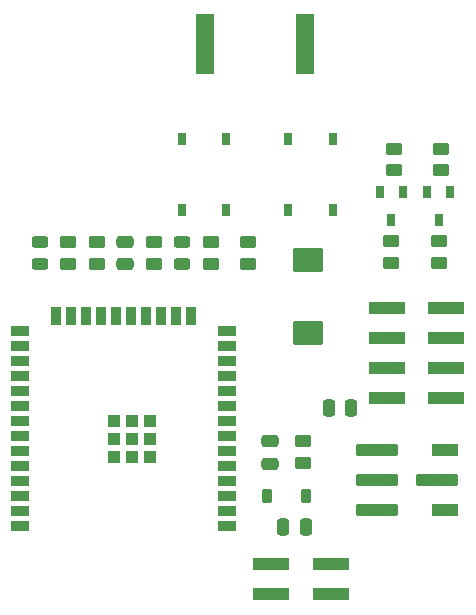
<source format=gtp>
G04 #@! TF.GenerationSoftware,KiCad,Pcbnew,7.0.10*
G04 #@! TF.CreationDate,2024-02-15T21:55:24+01:00*
G04 #@! TF.ProjectId,ithowifi_4l,6974686f-7769-4666-995f-346c2e6b6963,rev?*
G04 #@! TF.SameCoordinates,Original*
G04 #@! TF.FileFunction,Paste,Top*
G04 #@! TF.FilePolarity,Positive*
%FSLAX46Y46*%
G04 Gerber Fmt 4.6, Leading zero omitted, Abs format (unit mm)*
G04 Created by KiCad (PCBNEW 7.0.10) date 2024-02-15 21:55:24*
%MOMM*%
%LPD*%
G01*
G04 APERTURE LIST*
G04 Aperture macros list*
%AMRoundRect*
0 Rectangle with rounded corners*
0 $1 Rounding radius*
0 $2 $3 $4 $5 $6 $7 $8 $9 X,Y pos of 4 corners*
0 Add a 4 corners polygon primitive as box body*
4,1,4,$2,$3,$4,$5,$6,$7,$8,$9,$2,$3,0*
0 Add four circle primitives for the rounded corners*
1,1,$1+$1,$2,$3*
1,1,$1+$1,$4,$5*
1,1,$1+$1,$6,$7*
1,1,$1+$1,$8,$9*
0 Add four rect primitives between the rounded corners*
20,1,$1+$1,$2,$3,$4,$5,0*
20,1,$1+$1,$4,$5,$6,$7,0*
20,1,$1+$1,$6,$7,$8,$9,0*
20,1,$1+$1,$8,$9,$2,$3,0*%
G04 Aperture macros list end*
%ADD10R,0.700000X1.000000*%
%ADD11RoundRect,0.250000X-0.450000X0.262500X-0.450000X-0.262500X0.450000X-0.262500X0.450000X0.262500X0*%
%ADD12R,1.500000X0.900000*%
%ADD13R,0.900000X1.500000*%
%ADD14R,1.050000X1.050000*%
%ADD15RoundRect,0.243750X0.456250X-0.243750X0.456250X0.243750X-0.456250X0.243750X-0.456250X-0.243750X0*%
%ADD16R,3.150000X1.000000*%
%ADD17R,0.750000X1.000000*%
%ADD18RoundRect,0.250000X0.250000X0.475000X-0.250000X0.475000X-0.250000X-0.475000X0.250000X-0.475000X0*%
%ADD19RoundRect,0.250000X0.450000X-0.262500X0.450000X0.262500X-0.450000X0.262500X-0.450000X-0.262500X0*%
%ADD20RoundRect,0.250000X0.475000X-0.250000X0.475000X0.250000X-0.475000X0.250000X-0.475000X-0.250000X0*%
%ADD21RoundRect,0.250000X1.025000X-0.787500X1.025000X0.787500X-1.025000X0.787500X-1.025000X-0.787500X0*%
%ADD22RoundRect,0.250000X-0.250000X-0.475000X0.250000X-0.475000X0.250000X0.475000X-0.250000X0.475000X0*%
%ADD23RoundRect,0.225000X0.225000X0.375000X-0.225000X0.375000X-0.225000X-0.375000X0.225000X-0.375000X0*%
%ADD24RoundRect,0.105000X-1.655000X0.420000X-1.655000X-0.420000X1.655000X-0.420000X1.655000X0.420000X0*%
%ADD25RoundRect,0.105000X-1.005000X0.420000X-1.005000X-0.420000X1.005000X-0.420000X1.005000X0.420000X0*%
%ADD26R,1.500000X5.080000*%
G04 APERTURE END LIST*
D10*
X119608600Y-120339000D03*
X117708600Y-120339000D03*
X118658600Y-122739000D03*
D11*
X118872000Y-116711900D03*
X118872000Y-118536900D03*
D12*
X104727600Y-148613600D03*
X104727600Y-147343600D03*
X104727600Y-146073600D03*
X104727600Y-144803600D03*
X104727600Y-143533600D03*
X104727600Y-142263600D03*
X104727600Y-140993600D03*
X104727600Y-139723600D03*
X104727600Y-138453600D03*
X104727600Y-137183600D03*
X104727600Y-135913600D03*
X104727600Y-134643600D03*
X104727600Y-133373600D03*
X104727600Y-132103600D03*
D13*
X101697600Y-130853600D03*
X100427600Y-130853600D03*
X99157600Y-130853600D03*
X97887600Y-130853600D03*
X96617600Y-130853600D03*
X95347600Y-130853600D03*
X94077600Y-130853600D03*
X92807600Y-130853600D03*
X91537600Y-130853600D03*
X90267600Y-130853600D03*
D12*
X87227600Y-132103600D03*
X87227600Y-133373600D03*
X87227600Y-134643600D03*
X87227600Y-135913600D03*
X87227600Y-137183600D03*
X87227600Y-138453600D03*
X87227600Y-139723600D03*
X87227600Y-140993600D03*
X87227600Y-142263600D03*
X87227600Y-143533600D03*
X87227600Y-144803600D03*
X87227600Y-146073600D03*
X87227600Y-147343600D03*
X87227600Y-148613600D03*
D14*
X98182600Y-142798600D03*
X98182600Y-141273600D03*
X98182600Y-139748600D03*
X96657600Y-142798600D03*
X96657600Y-141273600D03*
X96657600Y-139748600D03*
X95132600Y-142798600D03*
X95132600Y-141273600D03*
X95132600Y-139748600D03*
D11*
X91313000Y-124588900D03*
X91313000Y-126413900D03*
X106536000Y-124597500D03*
X106536000Y-126422500D03*
X118618000Y-124548500D03*
X118618000Y-126373500D03*
D15*
X88900000Y-126438900D03*
X88900000Y-124563900D03*
D16*
X108473000Y-151892000D03*
X113523000Y-151892000D03*
X108473000Y-154432000D03*
X113523000Y-154432000D03*
D17*
X113675000Y-121872000D03*
X113675000Y-115872000D03*
X109925000Y-121872000D03*
X109925000Y-115872000D03*
D18*
X115250000Y-138684000D03*
X113350000Y-138684000D03*
D10*
X123606600Y-120339000D03*
X121706600Y-120339000D03*
X122656600Y-122739000D03*
D19*
X122859800Y-118536900D03*
X122859800Y-116711900D03*
D11*
X122682000Y-124548500D03*
X122682000Y-126373500D03*
D20*
X96139000Y-126451400D03*
X96139000Y-124551400D03*
D19*
X98552000Y-126428000D03*
X98552000Y-124603000D03*
D21*
X111632000Y-132308600D03*
X111632000Y-126083600D03*
D22*
X109486900Y-148751000D03*
X111386900Y-148751000D03*
D20*
X108377500Y-143351000D03*
X108377500Y-141451000D03*
D23*
X111425500Y-146084000D03*
X108125500Y-146084000D03*
D19*
X111171500Y-143290000D03*
X111171500Y-141465000D03*
X93726000Y-126413900D03*
X93726000Y-124588900D03*
X103378000Y-126428000D03*
X103378000Y-124603000D03*
D15*
X100965000Y-124578000D03*
X100965000Y-126453000D03*
D17*
X104675000Y-121872000D03*
X104675000Y-115872000D03*
X100925000Y-121872000D03*
X100925000Y-115872000D03*
D24*
X117475000Y-142240000D03*
X117475000Y-144780000D03*
X117475000Y-147320000D03*
D25*
X123205000Y-147320000D03*
D24*
X122555000Y-144780000D03*
D25*
X123205000Y-142240000D03*
D16*
X123295000Y-137810000D03*
X118245000Y-137810000D03*
X123295000Y-135270000D03*
X118245000Y-135270000D03*
X123295000Y-132730000D03*
X118245000Y-132730000D03*
X123295000Y-130190000D03*
X118245000Y-130190000D03*
D26*
X102850000Y-107848400D03*
X111350000Y-107848400D03*
M02*

</source>
